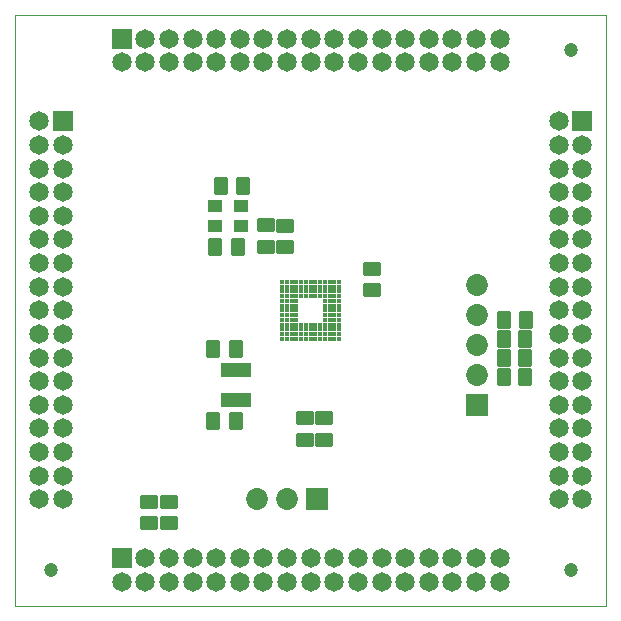
<source format=gts>
G04*
G04 #@! TF.GenerationSoftware,Altium Limited,Altium Designer,22.3.1 (43)*
G04*
G04 Layer_Color=8388736*
%FSLAX25Y25*%
%MOIN*%
G70*
G04*
G04 #@! TF.SameCoordinates,697392F4-E1DC-46BD-99ED-7115868F3DC7*
G04*
G04*
G04 #@! TF.FilePolarity,Negative*
G04*
G01*
G75*
%ADD12C,0.00394*%
G04:AMPARAMS|DCode=31|XSize=46.35mil|YSize=61.12mil|CornerRadius=7.84mil|HoleSize=0mil|Usage=FLASHONLY|Rotation=90.000|XOffset=0mil|YOffset=0mil|HoleType=Round|Shape=RoundedRectangle|*
%AMROUNDEDRECTD31*
21,1,0.04635,0.04543,0,0,90.0*
21,1,0.03067,0.06112,0,0,90.0*
1,1,0.01569,0.02272,0.01534*
1,1,0.01569,0.02272,-0.01534*
1,1,0.01569,-0.02272,-0.01534*
1,1,0.01569,-0.02272,0.01534*
%
%ADD31ROUNDEDRECTD31*%
%ADD32C,0.01502*%
%ADD33R,0.05118X0.04331*%
%ADD34R,0.10443X0.04537*%
%ADD35C,0.04737*%
G04:AMPARAMS|DCode=36|XSize=46.35mil|YSize=61.12mil|CornerRadius=7.84mil|HoleSize=0mil|Usage=FLASHONLY|Rotation=0.000|XOffset=0mil|YOffset=0mil|HoleType=Round|Shape=RoundedRectangle|*
%AMROUNDEDRECTD36*
21,1,0.04635,0.04543,0,0,0.0*
21,1,0.03067,0.06112,0,0,0.0*
1,1,0.01569,0.01534,-0.02272*
1,1,0.01569,-0.01534,-0.02272*
1,1,0.01569,-0.01534,0.02272*
1,1,0.01569,0.01534,0.02272*
%
%ADD36ROUNDEDRECTD36*%
G04:AMPARAMS|DCode=37|XSize=45.37mil|YSize=63.09mil|CornerRadius=7.92mil|HoleSize=0mil|Usage=FLASHONLY|Rotation=180.000|XOffset=0mil|YOffset=0mil|HoleType=Round|Shape=RoundedRectangle|*
%AMROUNDEDRECTD37*
21,1,0.04537,0.04724,0,0,180.0*
21,1,0.02953,0.06309,0,0,180.0*
1,1,0.01584,-0.01476,0.02362*
1,1,0.01584,0.01476,0.02362*
1,1,0.01584,0.01476,-0.02362*
1,1,0.01584,-0.01476,-0.02362*
%
%ADD37ROUNDEDRECTD37*%
G04:AMPARAMS|DCode=38|XSize=45.37mil|YSize=63.09mil|CornerRadius=7.92mil|HoleSize=0mil|Usage=FLASHONLY|Rotation=270.000|XOffset=0mil|YOffset=0mil|HoleType=Round|Shape=RoundedRectangle|*
%AMROUNDEDRECTD38*
21,1,0.04537,0.04724,0,0,270.0*
21,1,0.02953,0.06309,0,0,270.0*
1,1,0.01584,-0.02362,-0.01476*
1,1,0.01584,-0.02362,0.01476*
1,1,0.01584,0.02362,0.01476*
1,1,0.01584,0.02362,-0.01476*
%
%ADD38ROUNDEDRECTD38*%
%ADD39R,0.06506X0.06506*%
%ADD40C,0.06506*%
%ADD41R,0.07293X0.07293*%
G04:AMPARAMS|DCode=42|XSize=72.93mil|YSize=72.93mil|CornerRadius=36.47mil|HoleSize=0mil|Usage=FLASHONLY|Rotation=180.000|XOffset=0mil|YOffset=0mil|HoleType=Round|Shape=RoundedRectangle|*
%AMROUNDEDRECTD42*
21,1,0.07293,0.00000,0,0,180.0*
21,1,0.00000,0.07293,0,0,180.0*
1,1,0.07293,0.00000,0.00000*
1,1,0.07293,0.00000,0.00000*
1,1,0.07293,0.00000,0.00000*
1,1,0.07293,0.00000,0.00000*
%
%ADD42ROUNDEDRECTD42*%
G04:AMPARAMS|DCode=43|XSize=72.93mil|YSize=72.93mil|CornerRadius=36.47mil|HoleSize=0mil|Usage=FLASHONLY|Rotation=270.000|XOffset=0mil|YOffset=0mil|HoleType=Round|Shape=RoundedRectangle|*
%AMROUNDEDRECTD43*
21,1,0.07293,0.00000,0,0,270.0*
21,1,0.00000,0.07293,0,0,270.0*
1,1,0.07293,0.00000,0.00000*
1,1,0.07293,0.00000,0.00000*
1,1,0.07293,0.00000,0.00000*
1,1,0.07293,0.00000,0.00000*
%
%ADD43ROUNDEDRECTD43*%
%ADD44R,0.07293X0.07293*%
%ADD45R,0.06506X0.06506*%
D12*
X-98425Y98425D02*
X98425D01*
Y-98425D02*
Y98425D01*
X-98425Y-98425D02*
X98425D01*
X-98425D02*
Y98425D01*
D31*
X-47244Y-71000D02*
D03*
Y-63815D02*
D03*
X-54000Y-71000D02*
D03*
Y-63815D02*
D03*
X-2000Y-35908D02*
D03*
Y-43093D02*
D03*
X20500Y13840D02*
D03*
Y6656D02*
D03*
X-8500Y28211D02*
D03*
Y21026D02*
D03*
X4500Y-35908D02*
D03*
Y-43093D02*
D03*
D32*
X-7874Y6299D02*
D03*
X-9449Y9449D02*
D03*
X-7874D02*
D03*
X-6299D02*
D03*
X-4724D02*
D03*
X-3150D02*
D03*
X-1575D02*
D03*
X0D02*
D03*
X1575D02*
D03*
X3150D02*
D03*
X4724D02*
D03*
X6299D02*
D03*
X7874D02*
D03*
X9449D02*
D03*
X-9449Y7874D02*
D03*
X-7874D02*
D03*
X-6299D02*
D03*
X-4724D02*
D03*
X-3150D02*
D03*
X-1575D02*
D03*
X0D02*
D03*
X1575D02*
D03*
X3150D02*
D03*
X4724D02*
D03*
X6299D02*
D03*
X7874D02*
D03*
X9449D02*
D03*
X-9449Y6299D02*
D03*
X-6299D02*
D03*
X-4724D02*
D03*
X-3150D02*
D03*
X-1575D02*
D03*
X0D02*
D03*
X1575D02*
D03*
X3150D02*
D03*
X4724D02*
D03*
X6299D02*
D03*
X7874D02*
D03*
X9449D02*
D03*
X-9449Y4724D02*
D03*
X-7874D02*
D03*
X-6299D02*
D03*
X-4724D02*
D03*
X-3150D02*
D03*
X-1575D02*
D03*
X0D02*
D03*
X1575D02*
D03*
X3150D02*
D03*
X4724D02*
D03*
X6299D02*
D03*
X7874D02*
D03*
X9449D02*
D03*
X-9449Y3150D02*
D03*
X-7874D02*
D03*
X-6299D02*
D03*
X-4724D02*
D03*
X4724D02*
D03*
X6299D02*
D03*
X7874D02*
D03*
X9449D02*
D03*
X-9449Y1575D02*
D03*
X-7874D02*
D03*
X-6299D02*
D03*
X-4724D02*
D03*
X4724D02*
D03*
X6299D02*
D03*
X7874D02*
D03*
X9449D02*
D03*
X-9449Y0D02*
D03*
X-7874D02*
D03*
X-6299D02*
D03*
X-4724D02*
D03*
X4724D02*
D03*
X6299D02*
D03*
X7874D02*
D03*
X9449D02*
D03*
X-9449Y-1575D02*
D03*
X-7874D02*
D03*
X-6299D02*
D03*
X-4724D02*
D03*
X4724D02*
D03*
X6299D02*
D03*
X7874D02*
D03*
X9449D02*
D03*
X-9449Y-3150D02*
D03*
X-7874D02*
D03*
X-6299D02*
D03*
X-4724D02*
D03*
X4724D02*
D03*
X6299D02*
D03*
X7874D02*
D03*
X9449D02*
D03*
X-9449Y-4724D02*
D03*
X-7874D02*
D03*
X-6299D02*
D03*
X-4724D02*
D03*
X-3150D02*
D03*
X-1575D02*
D03*
X0D02*
D03*
X1575D02*
D03*
X3150D02*
D03*
X4724D02*
D03*
X6299D02*
D03*
X7874D02*
D03*
X9449D02*
D03*
X-9449Y-6299D02*
D03*
X-7874D02*
D03*
X-6299D02*
D03*
X-4724D02*
D03*
X-3150D02*
D03*
X-1575D02*
D03*
X0D02*
D03*
X1575D02*
D03*
X3150D02*
D03*
X4724D02*
D03*
X6299D02*
D03*
X7874D02*
D03*
X9449D02*
D03*
X-9449Y-7874D02*
D03*
X-7874D02*
D03*
X-6299D02*
D03*
X-4724D02*
D03*
X-3150D02*
D03*
X-1575D02*
D03*
X0D02*
D03*
X1575D02*
D03*
X3150D02*
D03*
X4724D02*
D03*
X6299D02*
D03*
X7874D02*
D03*
X9449D02*
D03*
X-9449Y-9449D02*
D03*
X-7874D02*
D03*
X-6299D02*
D03*
X-4724D02*
D03*
X-3150D02*
D03*
X-1575D02*
D03*
X0D02*
D03*
X1575D02*
D03*
X3150D02*
D03*
X4724D02*
D03*
X6299D02*
D03*
X7874D02*
D03*
X9449D02*
D03*
D33*
X-23169Y28154D02*
D03*
X-31831Y34847D02*
D03*
X-23169D02*
D03*
X-31831Y28154D02*
D03*
D34*
X-25000Y-30000D02*
D03*
Y-20000D02*
D03*
D35*
X86614Y-86614D02*
D03*
X-86614D02*
D03*
X86614Y86614D02*
D03*
D36*
X64407Y-22374D02*
D03*
X71593D02*
D03*
X71592Y-9500D02*
D03*
X64407D02*
D03*
X64407Y-16000D02*
D03*
X71593D02*
D03*
D37*
X-24350Y21000D02*
D03*
X-31831D02*
D03*
X64407Y-3126D02*
D03*
X71888D02*
D03*
X-29961Y41500D02*
D03*
X-22480D02*
D03*
X-32480Y-13000D02*
D03*
X-25000D02*
D03*
X-32480Y-37000D02*
D03*
X-25000D02*
D03*
D38*
X-15000Y28506D02*
D03*
Y21026D02*
D03*
D39*
X90551Y62992D02*
D03*
X-82677D02*
D03*
D40*
X82677D02*
D03*
X90551Y55118D02*
D03*
X82677D02*
D03*
X90551Y47244D02*
D03*
X82677D02*
D03*
X90551Y39370D02*
D03*
X82677D02*
D03*
X90551Y31496D02*
D03*
X82677D02*
D03*
X90551Y23622D02*
D03*
X82677D02*
D03*
X90551Y15748D02*
D03*
X82677D02*
D03*
X90551Y7874D02*
D03*
X82677D02*
D03*
X90551Y0D02*
D03*
X82677D02*
D03*
X90551Y-7874D02*
D03*
X82677D02*
D03*
X90551Y-15748D02*
D03*
X82677D02*
D03*
X90551Y-23622D02*
D03*
X82677D02*
D03*
X90551Y-31496D02*
D03*
X82677D02*
D03*
X90551Y-39370D02*
D03*
X82677D02*
D03*
X90551Y-47244D02*
D03*
X82677D02*
D03*
X90551Y-55118D02*
D03*
X82677D02*
D03*
X90551Y-62992D02*
D03*
X82677D02*
D03*
X-62992Y-90551D02*
D03*
X-55118Y-82677D02*
D03*
Y-90551D02*
D03*
X-47244Y-82677D02*
D03*
Y-90551D02*
D03*
X-39370Y-82677D02*
D03*
Y-90551D02*
D03*
X-31496Y-82677D02*
D03*
Y-90551D02*
D03*
X-23622Y-82677D02*
D03*
Y-90551D02*
D03*
X-15748Y-82677D02*
D03*
Y-90551D02*
D03*
X-7874Y-82677D02*
D03*
Y-90551D02*
D03*
X0Y-82677D02*
D03*
Y-90551D02*
D03*
X7874Y-82677D02*
D03*
Y-90551D02*
D03*
X15748Y-82677D02*
D03*
Y-90551D02*
D03*
X23622Y-82677D02*
D03*
Y-90551D02*
D03*
X31496Y-82677D02*
D03*
Y-90551D02*
D03*
X39370Y-82677D02*
D03*
Y-90551D02*
D03*
X47244Y-82677D02*
D03*
Y-90551D02*
D03*
X55118Y-82677D02*
D03*
Y-90551D02*
D03*
X62992Y-82677D02*
D03*
Y-90551D02*
D03*
X-90551Y-62992D02*
D03*
X-82677D02*
D03*
X-90551Y-55118D02*
D03*
X-82677D02*
D03*
X-90551Y-47244D02*
D03*
X-82677D02*
D03*
X-90551Y-39370D02*
D03*
X-82677D02*
D03*
X-90551Y-31496D02*
D03*
X-82677D02*
D03*
X-90551Y-23622D02*
D03*
X-82677D02*
D03*
X-90551Y-15748D02*
D03*
X-82677D02*
D03*
X-90551Y-7874D02*
D03*
X-82677D02*
D03*
X-90551Y0D02*
D03*
X-82677D02*
D03*
X-90551Y7874D02*
D03*
X-82677D02*
D03*
X-90551Y15748D02*
D03*
X-82677D02*
D03*
X-90551Y23622D02*
D03*
X-82677D02*
D03*
X-90551Y31496D02*
D03*
X-82677D02*
D03*
X-90551Y39370D02*
D03*
X-82677D02*
D03*
X-90551Y47244D02*
D03*
X-82677D02*
D03*
X-90551Y55118D02*
D03*
X-82677D02*
D03*
X-90551Y62992D02*
D03*
X-62992Y82677D02*
D03*
X-55118Y90551D02*
D03*
Y82677D02*
D03*
X-47244Y90551D02*
D03*
Y82677D02*
D03*
X-39370Y90551D02*
D03*
Y82677D02*
D03*
X-31496Y90551D02*
D03*
Y82677D02*
D03*
X-23622Y90551D02*
D03*
Y82677D02*
D03*
X-15748Y90551D02*
D03*
Y82677D02*
D03*
X-7874Y90551D02*
D03*
Y82677D02*
D03*
X0Y90551D02*
D03*
Y82677D02*
D03*
X7874Y90551D02*
D03*
Y82677D02*
D03*
X15748Y90551D02*
D03*
Y82677D02*
D03*
X23622Y90551D02*
D03*
Y82677D02*
D03*
X31496Y90551D02*
D03*
Y82677D02*
D03*
X39370Y90551D02*
D03*
Y82677D02*
D03*
X47244Y90551D02*
D03*
Y82677D02*
D03*
X55118Y90551D02*
D03*
Y82677D02*
D03*
X62992Y90551D02*
D03*
Y82677D02*
D03*
D41*
X55500Y-31500D02*
D03*
D42*
Y-21500D02*
D03*
Y-11500D02*
D03*
Y-1500D02*
D03*
Y8500D02*
D03*
D43*
X-18000Y-63000D02*
D03*
X-8000D02*
D03*
D44*
X2000D02*
D03*
D45*
X-62992Y-82677D02*
D03*
Y90551D02*
D03*
M02*

</source>
